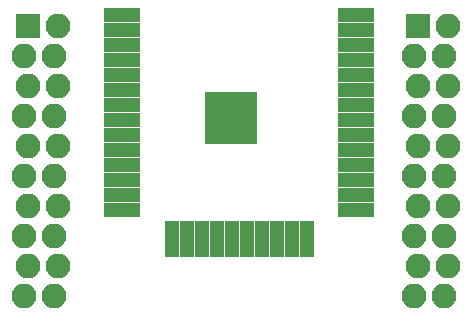
<source format=gts>
G04 #@! TF.GenerationSoftware,KiCad,Pcbnew,no-vcs-found-08c4a0b~58~ubuntu16.04.1*
G04 #@! TF.CreationDate,2017-08-29T22:54:34+03:00*
G04 #@! TF.ProjectId,Bitsoko-ESP32-module-v2,426974736F6B6F2D45535033322D6D6F,1*
G04 #@! TF.SameCoordinates,Original
G04 #@! TF.FileFunction,Soldermask,Top*
G04 #@! TF.FilePolarity,Negative*
%FSLAX46Y46*%
G04 Gerber Fmt 4.6, Leading zero omitted, Abs format (unit mm)*
G04 Created by KiCad (PCBNEW no-vcs-found-08c4a0b~58~ubuntu16.04.1) date Tue Aug 29 22:54:34 2017*
%MOMM*%
%LPD*%
G01*
G04 APERTURE LIST*
%ADD10R,4.400000X4.400000*%
%ADD11R,3.100000X1.300000*%
%ADD12R,1.300000X3.100000*%
%ADD13O,2.100000X2.100000*%
%ADD14R,2.100000X2.100000*%
G04 APERTURE END LIST*
D10*
X139274000Y-86533500D03*
D11*
X130074000Y-94333500D03*
X130074000Y-93063500D03*
X130074000Y-91793500D03*
X130074000Y-90523500D03*
X130074000Y-89253500D03*
X130074000Y-87983500D03*
X130074000Y-86713500D03*
X130074000Y-85443500D03*
X130074000Y-84173500D03*
X130074000Y-82903500D03*
X130074000Y-81633500D03*
X130074000Y-80363500D03*
X130074000Y-79093500D03*
X130074000Y-77823500D03*
D12*
X134274000Y-96733500D03*
X135544000Y-96733500D03*
X136814000Y-96733500D03*
X138084000Y-96733500D03*
X139354000Y-96733500D03*
X140624000Y-96733500D03*
X141894000Y-96733500D03*
X143164000Y-96733500D03*
X144434000Y-96733500D03*
X145704000Y-96733500D03*
D11*
X149874000Y-94333500D03*
X149874000Y-93063500D03*
X149874000Y-91793500D03*
X149874000Y-90523500D03*
X149874000Y-89253500D03*
X149874000Y-87983500D03*
X149874000Y-86713500D03*
X149874000Y-85443500D03*
X149874000Y-84173500D03*
X149874000Y-82903500D03*
X149874000Y-81633500D03*
X149874000Y-80363500D03*
X149874000Y-79093500D03*
X149874000Y-77823500D03*
D13*
X124256800Y-101600000D03*
X121716800Y-101600000D03*
X124663200Y-99060000D03*
X122123200Y-99060000D03*
X124256800Y-96520000D03*
X121716800Y-96520000D03*
X124663200Y-93980000D03*
X122123200Y-93980000D03*
X124256800Y-91440000D03*
X121716800Y-91440000D03*
X124663200Y-88900000D03*
X122123200Y-88900000D03*
X124256800Y-86360000D03*
X121716800Y-86360000D03*
X124663200Y-83820000D03*
X122123200Y-83820000D03*
X124256800Y-81280000D03*
X121716800Y-81280000D03*
X124663200Y-78740000D03*
D14*
X122123200Y-78740000D03*
X155143200Y-78740000D03*
D13*
X157683200Y-78740000D03*
X154736800Y-81280000D03*
X157276800Y-81280000D03*
X155143200Y-83820000D03*
X157683200Y-83820000D03*
X154736800Y-86360000D03*
X157276800Y-86360000D03*
X155143200Y-88900000D03*
X157683200Y-88900000D03*
X154736800Y-91440000D03*
X157276800Y-91440000D03*
X155143200Y-93980000D03*
X157683200Y-93980000D03*
X154736800Y-96520000D03*
X157276800Y-96520000D03*
X155143200Y-99060000D03*
X157683200Y-99060000D03*
X154736800Y-101600000D03*
X157276800Y-101600000D03*
M02*

</source>
